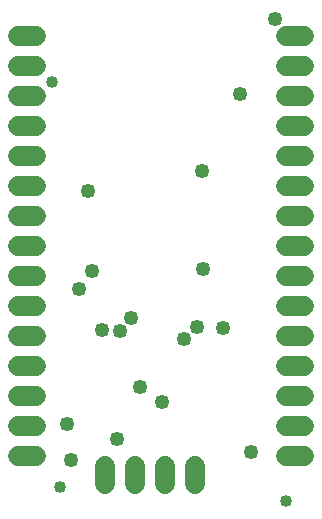
<source format=gbr>
G04 EAGLE Gerber X2 export*
%TF.Part,Single*%
%TF.FileFunction,Soldermask,Bot,1*%
%TF.FilePolarity,Positive*%
%TF.GenerationSoftware,Autodesk,EAGLE,9.6.2*%
%TF.CreationDate,2022-05-08T16:50:48Z*%
G75*
%MOMM*%
%FSLAX46Y46*%
%LPD*%
%INSoldermask Bottom*%
%AMOC8*
5,1,8,0,0,1.08239X$1,22.5*%
G01*
%ADD10C,1.727200*%
%ADD11C,1.016000*%
%ADD12C,1.253200*%


D10*
X16117400Y4194700D02*
X16117400Y2670700D01*
X13577400Y2670700D02*
X13577400Y4194700D01*
X11037400Y4194700D02*
X11037400Y2670700D01*
X8497400Y2670700D02*
X8497400Y4194700D01*
X23826200Y40590800D02*
X25350200Y40590800D01*
X25350200Y38050800D02*
X23826200Y38050800D01*
X23826200Y35510800D02*
X25350200Y35510800D01*
X25350200Y32970800D02*
X23826200Y32970800D01*
X23826200Y30430800D02*
X25350200Y30430800D01*
X25350200Y27890800D02*
X23826200Y27890800D01*
X23826200Y25350800D02*
X25350200Y25350800D01*
X25350200Y22810800D02*
X23826200Y22810800D01*
X23826200Y20270800D02*
X25350200Y20270800D01*
X25350200Y17730800D02*
X23826200Y17730800D01*
X23826200Y15190800D02*
X25350200Y15190800D01*
X25350200Y12650800D02*
X23826200Y12650800D01*
X23826200Y10110800D02*
X25350200Y10110800D01*
X25350200Y7570800D02*
X23826200Y7570800D01*
X23826200Y5030800D02*
X25350200Y5030800D01*
X2616200Y40589200D02*
X1092200Y40589200D01*
X1092200Y38049200D02*
X2616200Y38049200D01*
X2616200Y35509200D02*
X1092200Y35509200D01*
X1092200Y32969200D02*
X2616200Y32969200D01*
X2616200Y30429200D02*
X1092200Y30429200D01*
X1092200Y27889200D02*
X2616200Y27889200D01*
X2616200Y25349200D02*
X1092200Y25349200D01*
X1092200Y22809200D02*
X2616200Y22809200D01*
X2616200Y20269200D02*
X1092200Y20269200D01*
X1092200Y17729200D02*
X2616200Y17729200D01*
X2616200Y15189200D02*
X1092200Y15189200D01*
X1092200Y12649200D02*
X2616200Y12649200D01*
X2616200Y10109200D02*
X1092200Y10109200D01*
X1092200Y7569200D02*
X2616200Y7569200D01*
X2616200Y5029200D02*
X1092200Y5029200D01*
D11*
X4621000Y2445000D03*
X23821000Y1292000D03*
X4017000Y36705000D03*
D12*
X20844200Y5412700D03*
X8227400Y15750900D03*
X15197400Y14942700D03*
X16225200Y15982700D03*
X18449600Y15922700D03*
X19939000Y35687000D03*
X22860000Y42037000D03*
X16707400Y29192700D03*
X11417400Y10912700D03*
X13270309Y9645609D03*
X5229975Y7812700D03*
X10667400Y16742700D03*
X7348975Y20733075D03*
X9727400Y15682700D03*
X6237400Y19220700D03*
X7026772Y27522072D03*
X9457400Y6542700D03*
X16787400Y20862700D03*
X5617400Y4752700D03*
M02*

</source>
